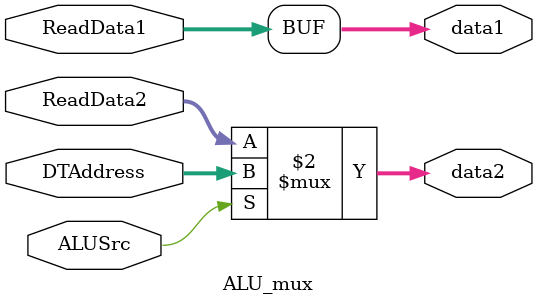
<source format=v>
`timescale 1ns / 1ps


module ALU_mux(ReadData1, ReadData2, ALUSrc, DTAddress,data1, data2);

    input [63:0]ReadData1, ReadData2, DTAddress;
    input ALUSrc;
    output [63:0]data1, data2;
    
    assign data1 = ReadData1;
    assign data2 = (ALUSrc == 1) ? DTAddress : ReadData2;

endmodule

</source>
